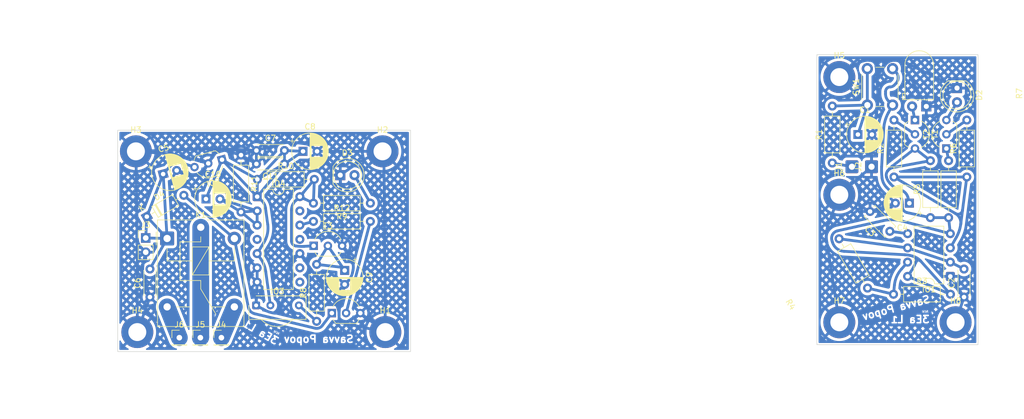
<source format=kicad_pcb>
(kicad_pcb (version 20241229) (generator "pcbnew") (generator_version "9.0")
  (layers (0 "F.Cu" signal) (2 "B.Cu" signal) (13 "F.Paste" user) (15 "B.Paste" user) (5 "F.SilkS" user "F.Silkscreen") (7 "B.SilkS" user "B.Silkscreen") (1 "F.Mask" user) (3 "B.Mask" user) (25 "Edge.Cuts" user))
  (net 0 "")
  (net 1 "Net-(C1-Pad1)")
  (net 2 "GND")
  (net 3 "Net-(T1-E)")
  (net 4 "+12V")
  (net 5 "GND1")
  (net 6 "+5V")
  (net 7 "Net-(T3-B)")
  (net 8 "Net-(IO4-R0(1))")
  (net 9 "Net-(D1-A)")
  (net 10 "Net-(D4-A)")
  (net 11 "TR")
  (net 12 "Net-(IO1-DIS)")
  (net 13 "VCC")
  (net 14 "Net-(IO1-CV)")
  (net 15 "OUTPUT_A")
  (net 16 "TSOP_OUT")
  (net 17 "OUTPUT_B")
  (net 18 "Net-(D2-A)")
  (net 19 "Net-(T2-C)")
  (net 20 "Net-(T2-B)")
  (net 21 "NPN_C")
  (net 22 "Net-(T4-B)")
  (net 23 "Net-(D3-A)")
  (net 25 "Q0")
  (net 28 "Net-(J4-Pin_1)")
  (net 29 "Net-(J5-Pin_1)")
  (net 30 "Net-(J1-Pin_1)")
  (net 31 "Net-(J6-Pin_1)")
  (footprint "Capacitor_THT:CP_Radial_D6.3mm_P2.50mm" (layer "F.Cu") (at 153.067621 71.75)
    (property "Reference" "C8" (at 1.25 -4.4 0) (layer "F.SilkS"))
    (property "Value" "100uF")
    (pad "1" thru_hole rect (at 0 0) (size 1.6 1.6) (drill 0.8) (layers "*.Cu" "*.Mask") (net 6 "+5V"))
    (pad "2" thru_hole circle (at 2.5 0) (size 1.6 1.6) (drill 0.8) (layers "*.Cu" "*.Mask") (net 5 "GND1"))
  )
  (footprint "MountingHole:MountingHole_3.2mm_M3_ISO7380_Pad" (layer "F.Cu") (at 167.75 104)
    (property "Reference" "H1" (at 0 -3.85 0) (layer "F.SilkS"))
    (property "Value" "M3")
    (pad "1" thru_hole circle (at 0 0) (size 5.7 5.7) (drill 3.2) (layers "*.Cu" "*.Mask") (net 5 "GND1"))
  )
  (footprint "Capacitor_THT:CP_Radial_D6.3mm_P2.50mm" (layer "F.Cu") (at 160.5 93 -90)
    (property "Reference" "C9" (at 1.25 -4.4 90) (layer "F.SilkS"))
    (property "Value" "47uF")
    (pad "1" thru_hole rect (at 0 0 270) (size 1.6 1.6) (drill 0.8) (layers "*.Cu" "*.Mask") (net 7 "Net-(T3-B)"))
    (pad "2" thru_hole circle (at 2.5 0 270) (size 1.6 1.6) (drill 0.8) (layers "*.Cu" "*.Mask") (net 5 "GND1"))
  )
  (footprint "LED_THT:LED_D5.0mm" (layer "F.Cu") (at 269.75 60.46 -90)
    (property "Reference" "D2" (at 1.27 -3.96 90) (layer "F.SilkS"))
    (property "Value" "Y_LED")
    (pad "1" thru_hole rect (at 0 0 270) (size 1.8 1.8) (drill 0.9) (layers "*.Cu" "*.Mask") (net 2 "GND"))
    (pad "2" thru_hole circle (at 2.54 0 270) (size 1.8 1.8) (drill 0.9) (layers "*.Cu" "*.Mask") (net 18 "Net-(D2-A)"))
  )
  (footprint "Resistor_THT:R_Axial_DIN0207_L6.3mm_D2.5mm_P10.16mm_Horizontal" (layer "F.Cu") (at 258.5 76.33 90)
    (property "Reference" "R2" (at 5.08 -2.37 90) (layer "F.SilkS"))
    (property "Value" "47R")
    (pad "1" thru_hole circle (at 0 0 90) (size 1.6 1.6) (drill 0.8) (layers "*.Cu" "*.Mask") (net 15 "OUTPUT_A"))
    (pad "2" thru_hole oval (at 10.16 0 90) (size 1.6 1.6) (drill 0.8) (layers "*.Cu" "*.Mask") (net 17 "OUTPUT_B"))
  )
  (footprint "MountingHole:MountingHole_3.2mm_M3_ISO7380_Pad" (layer "F.Cu") (at 123.25 71.75)
    (property "Reference" "H3" (at 0 -3.85 0) (layer "F.SilkS"))
    (property "Value" "M3")
    (pad "1" thru_hole circle (at 0 0) (size 5.7 5.7) (drill 3.2) (layers "*.Cu" "*.Mask") (net 5 "GND1"))
  )
  (footprint "Package_DIP:DIP-14_W7.62mm" (layer "F.Cu") (at 144.88 79.84)
    (property "Reference" "IO4" (at 3.81 -2.33 0) (layer "F.SilkS"))
    (property "Value" "7490")
    (pad "1" thru_hole roundrect (at 0 0) (size 1.6 1.6) (drill 0.8) (layers "*.Cu" "*.Mask") (roundrect_rratio 0.15625) (net 6 "+5V"))
    (pad "2" thru_hole circle (at 0 2.54) (size 1.6 1.6) (drill 0.8) (layers "*.Cu" "*.Mask") (net 8 "Net-(IO4-R0(1))"))
    (pad "3" thru_hole circle (at 0 5.08) (size 1.6 1.6) (drill 0.8) (layers "*.Cu" "*.Mask") (net 8 "Net-(IO4-R0(1))"))
    (pad "4" thru_hole circle (at 0 7.62) (size 1.6 1.6) (drill 0.8) (layers "*.Cu" "*.Mask"))
    (pad "5" thru_hole circle (at 0 10.16) (size 1.6 1.6) (drill 0.8) (layers "*.Cu" "*.Mask") (net 6 "+5V"))
    (pad "6" thru_hole circle (at 0 12.7) (size 1.6 1.6) (drill 0.8) (layers "*.Cu" "*.Mask") (net 5 "GND1"))
    (pad "7" thru_hole circle (at 0 15.24) (size 1.6 1.6) (drill 0.8) (layers "*.Cu" "*.Mask") (net 5 "GND1"))
    (pad "8" thru_hole circle (at 7.62 15.24) (size 1.6 1.6) (drill 0.8) (layers "*.Cu" "*.Mask"))
    (pad "9" thru_hole circle (at 7.62 12.7) (size 1.6 1.6) (drill 0.8) (layers "*.Cu" "*.Mask"))
    (pad "10" thru_hole circle (at 7.62 10.16) (size 1.6 1.6) (drill 0.8) (layers "*.Cu" "*.Mask") (net 5 "GND1"))
    (pad "11" thru_hole circle (at 7.62 7.62) (size 1.6 1.6) (drill 0.8) (layers "*.Cu" "*.Mask"))
    (pad "12" thru_hole circle (at 7.62 5.08) (size 1.6 1.6) (drill 0.8) (layers "*.Cu" "*.Mask") (net 25 "Q0"))
    (pad "13" thru_hole circle (at 7.62 2.54) (size 1.6 1.6) (drill 0.8) (layers "*.Cu" "*.Mask"))
    (pad "14" thru_hole circle (at 7.62 0) (size 1.6 1.6) (drill 0.8) (layers "*.Cu" "*.Mask") (net 21 "NPN_C"))
  )
  (footprint "OptoDevice:Vishay_CAST-3Pin" (layer "F.Cu") (at 144.7 99.235)
    (property "Reference" "IO3" (at 3.8 -2.5 0) (layer "F.SilkS"))
    (property "Value" "TSOP312xx")
    (pad "1" thru_hole roundrect (at 0 0) (size 1.4 1.4) (drill 0.7) (layers "*.Cu" "*.Mask") (roundrect_rratio 0.178) (net 5 "GND1"))
    (pad "2" thru_hole circle (at 2.54 0) (size 1.4 1.4) (drill 0.7) (layers "*.Cu" "*.Mask") (net 6 "+5V"))
    (pad "3" thru_hole circle (at 7.62 0) (size 1.4 1.4) (drill 0.7) (layers "*.Cu" "*.Mask") (net 16 "TSOP_OUT"))
  )
  (footprint "Capacitor_THT:C_Disc_D4.3mm_W1.9mm_P5.00mm" (layer "F.Cu") (at 125.75 97.75 90)
    (property "Reference" "C6" (at 2.5 -2.2 90) (layer "F.SilkS"))
    (property "Value" "100n")
    (pad "1" thru_hole circle (at 0 0 90) (size 1.6 1.6) (drill 0.8) (layers "*.Cu" "*.Mask") (net 5 "GND1"))
    (pad "2" thru_hole circle (at 5 0 90) (size 1.6 1.6) (drill 0.8) (layers "*.Cu" "*.Mask") (net 4 "+12V"))
  )
  (footprint "Connector_PinHeader_2.54mm:PinHeader_1x02_P2.54mm_Vertical" (layer "F.Cu") (at 125 87.21)
    (property "Reference" "J3" (at 0 -2.33 0) (layer "F.SilkS"))
    (property "Value" "Conn_01x02_Pin")
    (pad "1" thru_hole rect (at 0 0) (size 1.7 1.7) (drill 1) (layers "*.Cu" "*.Mask") (net 4 "+12V"))
    (pad "2" thru_hole oval (at 0 2.54) (size 1.7 1.7) (drill 1) (layers "*.Cu" "*.Mask") (net 5 "GND1"))
  )
  (footprint "Connector_PinHeader_2.54mm:PinHeader_1x01_P2.54mm_Vertical" (layer "F.Cu") (at 131 105)
    (property "Reference" "J6" (at 0 -2.33 0) (layer "F.SilkS"))
    (property "Value" "Conn_01x01_Pin")
    (pad "1" thru_hole rect (at 0 0) (size 1.7 1.7) (drill 1) (layers "*.Cu" "*.Mask") (net 31 "Net-(J6-Pin_1)"))
  )
  (footprint "LED_THT:LED_D5.0mm_Horizontal_O1.27mm_Z3.0mm_Clear" (layer "F.Cu") (at 264.275 63.735 180)
    (property "Reference" "D1" (hide yes))
    (property "Value" "IR_LED")
    (pad "1" thru_hole rect (at 0 0 180) (size 1.8 1.8) (drill 0.9) (layers "*.Cu" "*.Mask") (net 2 "GND"))
    (pad "2" thru_hole circle (at 2.54 0 180) (size 1.8 1.8) (drill 0.9) (layers "*.Cu" "*.Mask") (net 9 "Net-(D1-A)"))
  )
  (footprint "Capacitor_THT:CP_Radial_D6.3mm_P2.50mm" (layer "F.Cu") (at 252.067621 68.75)
    (property "Reference" "C1" (at 1.25 -4.4 0) (layer "F.SilkS"))
    (property "Value" "100uF")
    (pad "1" thru_hole rect (at 0 0) (size 1.6 1.6) (drill 0.8) (layers "*.Cu" "*.Mask") (net 1 "Net-(C1-Pad1)"))
    (pad "2" thru_hole circle (at 2.5 0) (size 1.6 1.6) (drill 0.8) (layers "*.Cu" "*.Mask") (net 2 "GND"))
  )
  (footprint "MountingHole:MountingHole_3.2mm_M3_ISO7380_Pad" (layer "F.Cu") (at 248.75 79.5)
    (property "Reference" "H6" (at 0 -3.85 0) (layer "F.SilkS"))
    (property "Value" "M3")
    (pad "1" thru_hole circle (at 0 0) (size 5.7 5.7) (drill 3.2) (layers "*.Cu" "*.Mask") (net 2 "GND"))
  )
  (footprint "Resistor_THT:R_Axial_DIN0207_L6.3mm_D2.5mm_P10.16mm_Horizontal" (layer "F.Cu") (at 253.79 96.149409 120)
    (property "Reference" "R4" (at 4.33 -13.37 120) (layer "F.SilkS"))
    (property "Value" "22k")
    (pad "1" thru_hole circle (at 0 0 120) (size 1.6 1.6) (drill 0.8) (layers "*.Cu" "*.Mask") (net 12 "Net-(IO1-DIS)"))
    (pad "2" thru_hole oval (at 10.159999 0.000001 120) (size 1.6 1.6) (drill 0.8) (layers "*.Cu" "*.Mask") (net 11 "TR"))
  )
  (footprint "Capacitor_THT:C_Disc_D4.3mm_W1.9mm_P5.00mm" (layer "F.Cu") (at 149.75 74 180)
    (property "Reference" "C11" (at 2.5 -2.2 0) (layer "F.SilkS"))
    (property "Value" "100n")
    (pad "1" thru_hole circle (at 0 0 180) (size 1.6 1.6) (drill 0.8) (layers "*.Cu" "*.Mask") (net 6 "+5V"))
    (pad "2" thru_hole circle (at 5 0 180) (size 1.6 1.6) (drill 0.8) (layers "*.Cu" "*.Mask") (net 5 "GND1"))
  )
  (footprint "Connector_Wire:SolderWire-0.5sqmm_1x01_D0.9mm_OD2.3mm" (layer "F.Cu") (at 254.5 74.5 90)
    (property "Reference" "J2" (at 0 -2.35 90) (layer "F.SilkS"))
    (property "Value" "Conn_01x01_Pin")
    (pad "1" thru_hole roundrect (at 0 0 90) (size 2.3 2.3) (drill 1.1) (layers "*.Cu" "*.Mask") (roundrect_rratio 0.108696) (net 2 "GND"))
  )
  (footprint "Capacitor_THT:CP_Radial_D6.3mm_P2.50mm" (layer "F.Cu") (at 261.25 81 180)
    (property "Reference" "C4" (at 1.25 -4.4 0) (layer "F.SilkS"))
    (property "Value" "10uF")
    (pad "1" thru_hole rect (at 0 0 180) (size 1.6 1.6) (drill 0.8) (layers "*.Cu" "*.Mask") (net 3 "Net-(T1-E)"))
    (pad "2" thru_hole circle (at 2.5 0 180) (size 1.6 1.6) (drill 0.8) (layers "*.Cu" "*.Mask") (net 2 "GND"))
  )
  (footprint "LED_THT:LED_D5.0mm" (layer "F.Cu") (at 159.71 76)
    (property "Reference" "D3" (at 1.27 -3.96 0) (layer "F.SilkS"))
    (property "Value" "R_LED")
    (pad "1" thru_hole rect (at 0 0) (size 1.8 1.8) (drill 0.9) (layers "*.Cu" "*.Mask") (net 5 "GND1"))
    (pad "2" thru_hole circle (at 2.54 0) (size 1.8 1.8) (drill 0.9) (layers "*.Cu" "*.Mask") (net 23 "Net-(D3-A)"))
  )
  (footprint "Capacitor_THT:CP_Radial_D6.3mm_P2.50mm" (layer "F.Cu") (at 135.75 80.25)
    (property "Reference" "C10" (at 1.25 -4.4 0) (layer "F.SilkS"))
    (property "Value" "22uF")
    (pad "1" thru_hole rect (at 0 0) (size 1.6 1.6) (drill 0.8) (layers "*.Cu" "*.Mask") (net 6 "+5V"))
    (pad "2" thru_hole circle (at 2.5 0) (size 1.6 1.6) (drill 0.8) (layers "*.Cu" "*.Mask") (net 8 "Net-(IO4-R0(1))"))
  )
  (footprint "Resistor_THT:R_Axial_DIN0207_L6.3mm_D2.5mm_P10.16mm_Horizontal" (layer "F.Cu") (at 154.92 84.25)
    (property "Reference" "R12" (at 5.08 -2.370001 0) (layer "F.SilkS"))
    (property "Value" "10k")
    (pad "1" thru_hole circle (at 0 0) (size 1.6 1.6) (drill 0.8) (layers "*.Cu" "*.Mask") (net 25 "Q0"))
    (pad "2" thru_hole oval (at 10.16 0) (size 1.6 1.6) (drill 0.8) (layers "*.Cu" "*.Mask") (net 22 "Net-(T4-B)"))
  )
  (footprint "Resistor_THT:R_Axial_DIN0207_L6.3mm_D2.5mm_P10.16mm_Horizontal" (layer "F.Cu") (at 258.42 97.25)
    (property "Reference" "R3" (at 5.08 -2.37 0) (layer "F.SilkS"))
    (property "Value" "220k")
    (pad "1" thru_hole circle (at 0 0) (size 1.6 1.6) (drill 0.8) (layers "*.Cu" "*.Mask") (net 12 "Net-(IO1-DIS)"))
    (pad "2" thru_hole oval (at 10.16 0) (size 1.6 1.6) (drill 0.8) (layers "*.Cu" "*.Mask") (net 13 "VCC"))
  )
  (footprint "Resistor_THT:R_Axial_DIN0207_L6.3mm_D2.5mm_P10.16mm_Horizontal" (layer "F.Cu") (at 247.5 73.83 90)
    (property "Reference" "R1" (at 5.08 -2.37 90) (layer "F.SilkS"))
    (property "Value" "47R")
    (pad "1" thru_hole circle (at 0 0 90) (size 1.6 1.6) (drill 0.8) (layers "*.Cu" "*.Mask") (net 30 "Net-(J1-Pin_1)"))
    (pad "2" thru_hole oval (at 10.16 0 90) (size 1.6 1.6) (drill 0.8) (layers "*.Cu" "*.Mask") (net 1 "Net-(C1-Pad1)"))
  )
  (footprint "MountingHole:MountingHole_3.2mm_M3_ISO7380_Pad" (layer "F.Cu") (at 248.75 102.25)
    (property "Reference" "H7" (at 0 -3.85 0) (layer "F.SilkS"))
    (property "Value" "M3")
    (pad "1" thru_hole circle (at 0 0) (size 5.7 5.7) (drill 3.2) (layers "*.Cu" "*.Mask") (net 2 "GND"))
  )
  (footprint "Package_TO_SOT_THT:TO-92_Inline_Wide" (layer "F.Cu") (at 154.96 88.61)
    (property "Reference" "T3" (at 2.54 -3.56 0) (layer "F.SilkS"))
    (property "Value" "BC547")
    (pad "1" thru_hole rect (at 0 0) (size 1.5 1.5) (drill 0.8) (layers "*.Cu" "*.Mask") (net 21 "NPN_C"))
    (pad "2" thru_hole circle (at 2.54 0) (size 1.5 1.5) (drill 0.8) (layers "*.Cu" "*.Mask") (net 7 "Net-(T3-B)"))
    (pad "3" thru_hole circle (at 5.079999 0) (size 1.5 1.5) (drill 0.8) (layers "*.Cu" "*.Mask") (net 5 "GND1"))
  )
  (footprint "Resistor_THT:R_Axial_DIN0207_L6.3mm_D2.5mm_P10.16mm_Horizontal" (layer "F.Cu") (at 271.5 76.33 90)
    (property "Reference" "R6" (at 5.08 -2.37 90) (layer "F.SilkS"))
    (property "Value" "2.2k")
    (pad "1" thru_hole circle (at 0 0 90) (size 1.6 1.6) (drill 0.8) (layers "*.Cu" "*.Mask") (net 15 "OUTPUT_A"))
    (pad "2" thru_hole oval (at 10.16 0 90) (size 1.6 1.6) (drill 0.8) (layers "*.Cu" "*.Mask") (net 20 "Net-(T2-B)"))
  )
  (footprint "Diode_THT:D_DO-35_SOD27_P7.62mm_Horizontal" (layer "F.Cu") (at 125.200444 83.404999 30)
    (property "Reference" "D4" (at 3.81 -2.12 30) (layer "F.SilkS"))
    (property "Value" "1N4148")
    (fp_text user "K" (at 0.000001 -1.799999 30) (layer "F.SilkS"))
    (pad "1" thru_hole rect (at 0 0 30) (size 1.6 1.6) (drill 0.8) (layers "*.Cu" "*.Mask") (net 4 "+12V"))
    (pad "2" thru_hole oval (at 7.62 0 30) (size 1.6 1.6) (drill 0.8) (layers "*.Cu" "*.Mask") (net 10 "Net-(D4-A)"))
  )
  (footprint "Button_Switch_THT:SW_PUSH_6mm_H5mm" (layer "F.Cu") (at 253.75 63.5 90)
    (property "Reference" "SW1" (at 3.25 -2 90) (layer "F.SilkS"))
    (property "Value" "SW_Push")
    (pad "1" thru_hole circle (at 0 0 180) (size 2 2) (drill 1.1) (layers "*.Cu" "*.Mask") (net 1 "Net-(C1-Pad1)"))
    (pad "1" thru_hole circle (at 6.5 0 180) (size 2 2) (drill 1.1) (layers "*.Cu" "*.Mask") (net 1 "Net-(C1-Pad1)"))
    (pad "2" thru_hole circle (at 0 4.5 180) (size 2 2) (drill 1.1) (layers "*.Cu" "*.Mask") (net 13 "VCC"))
    (pad "2" thru_hole circle (at 6.5 4.5 180) (size 2 2) (drill 1.1) (layers "*.Cu" "*.Mask") (net 13 "VCC"))
  )
  (footprint "MountingHole:MountingHole_3.2mm_M3_ISO7380_Pad" (layer "F.Cu") (at 123.5 104)
    (property "Reference" "H4" (at 0 -3.85 0) (layer "F.SilkS"))
    (property "Value" "M3")
    (pad "1" thru_hole circle (at 0 0) (size 5.7 5.7) (drill 3.2) (layers "*.Cu" "*.Mask") (net 5 "GND1"))
  )
  (footprint "Package_DIP:DIP-8_W7.62mm" (layer "F.Cu") (at 268.555 94.06 180)
    (property "Reference" "IO1" (at 3.81 -2.33 0) (layer "F.SilkS"))
    (property "Value" "NE555P")
    (pad "1" thru_hole roundrect (at 0 0 180) (size 1.6 1.6) (drill 0.8) (layers "*.Cu" "*.Mask") (roundrect_rratio 0.15625) (net 2 "GND"))
    (pad "2" thru_hole circle (at 0 2.54 180) (size 1.6 1.6) (drill 0.8) (layers "*.Cu" "*.Mask") (net 11 "TR"))
    (pad "3" thru_hole circle (at 0 5.079999 180) (size 1.6 1.6) (drill 0.8) (layers "*.Cu" "*.Mask") (net 15 "OUTPUT_A"))
    (pad "4" thru_hole circle (at 0 7.62 180) (size 1.6 1.6) (drill 0.8) (layers "*.Cu" "*.Mask") (net 13 "VCC"))
    (pad "5" thru_hole circle (at 7.62 7.62 180) (size 1.6 1.6) (drill 0.8) (layers "*.Cu" "*.Mask") (net 14 "Net-(IO1-CV)"))
    (pad "6" thru_hole circle (at 7.62 5.08 180) (size 1.6 1.6) (drill 0.8) (layers "*.Cu" "*.Mask") (net 11 "TR"))
    (pad "7" thru_hole circle (at 7.62 2.54 180) (size 1.6 1.6) (drill 0.8) (layers "*.Cu" "*.Mask") (net 12 "Net-(IO1-DIS)"))
    (pad "8" thru_hole circle (at 7.62 0 180) (size 1.6 1.6) (drill 0.8) (layers "*.Cu" "*.Mask") (net 13 "VCC"))
  )
  (footprint "Package_TO_SOT_THT:TO-92_Inline_Wide" (layer "F.Cu") (at 138.610277 73.244868 -165)
    (property "Reference" "IO2" (at 2.539998 -3.56 15) (layer "F.SilkS"))
    (property "Value" "L78L05_TO92")
    (pad "1" thru_hole rect (at 0 0 195) (size 1.5 1.5) (drill 0.8) (layers "*.Cu" "*.Mask") (net 6 "+5V"))
    (pad "2" thru_hole circle (at 2.540001 -0.000001 195) (size 1.5 1.5) (drill 0.8) (layers "*.Cu" "*.Mask") (net 5 "GND1"))
    (pad "3" thru_hole circle (at 5.079999 -0.000001 195) (size 1.5 1.5) (drill 0.8) (layers "*.Cu" "*.Mask") (net 4 "+12V"))
  )
  (footprint "Connector_PinHeader_2.54mm:PinHeader_1x01_P2.54mm_Vertical" (layer "F.Cu") (at 134.75 105)
    (property "Reference" "J5" (at 0 -2.33 0) (layer "F.SilkS"))
    (property "Value" "Conn_01x01_Pin")
    (pad "1" thru_hole rect (at 0 0) (size 1.7 1.7) (drill 1) (layers "*.Cu" "*.Mask") (net 29 "Net-(J5-Pin_1)"))
  )
  (footprint "Connector_PinHeader_2.54mm:PinHeader_1x01_P2.54mm_Vertical" (layer "F.Cu") (at 138.5 105)
    (property "Reference" "J4" (at 0 -2.33 0) (layer "F.SilkS"))
    (property "Value" "Conn_01x01_Pin")
    (pad "1" thru_hole rect (at 0 0) (size 1.7 1.7) (drill 1) (layers "*.Cu" "*.Mask") (net 28 "Net-(J4-Pin_1)"))
  )
  (footprint "Capacitor_THT:C_Disc_D4.3mm_W1.9mm_P5.00mm" (layer "F.Cu") (at 271 97.75 90)
    (property "Reference" "C2" (at 2.5 -2.2 90) (layer "F.SilkS"))
    (property "Value" "100p")
    (pad "1" thru_hole circle (at 0 0 90) (size 1.6 1.6) (drill 0.8) (layers "*.Cu" "*.Mask") (net 2 "GND"))
    (pad "2" thru_hole circle (at 5 0 90) (size 1.6 1.6) (drill 0.8) (layers "*.Cu" "*.Mask") (net 11 "TR"))
  )
  (footprint "Package_TO_SOT_THT:TO-92_Inline_Wide" (layer "F.Cu") (at 262.25 66.17 -90)
    (property "Reference" "T1" (at 2.54 -3.56 90) (layer "F.SilkS"))
    (property "Value" "BC327")
    (pad "1" thru_hole rect (at 0 0 270) (size 1.5 1.5) (drill 0.8) (layers "*.Cu" "*.Mask") (net 9 "Net-(D1-A)"))
    (pad "2" thru_hole circle (at 2.54 0 270) (size 1.5 1.5) (drill 0.8) (layers "*.Cu" "*.Mask") (net 17 "OUTPUT_B"))
    (pad "3" thru_hole circle (at 5.08 0 270) (size 1.5 1.5) (drill 0.8) (layers "*.Cu" "*.Mask") (net 3 "Net-(T1-E)"))
  )
  (footprint "Resistor_THT:R_Axial_DIN0207_L6.3mm_D2.5mm_P10.16mm_Horizontal" (layer "F.Cu") (at 144.920001 76.75)
    (property "Reference" "R10" (at 5.08 -2.370001 0) (layer "F.SilkS"))
    (property "Value" "10k")
    (pad "1" thru_hole circle (at 0 0) (size 1.6 1.6) (drill 0.8) (layers "*.Cu" "*.Mask") (net 6 "+5V"))
    (pad "2" thru_hole oval (at 10.16 0) (size 1.6 1.6) (drill 0.8) (layers "*.Cu" "*.Mask") (net 21 "NPN_C"))
  )
  (footprint "Connector_Wire:SolderWire-0.5sqmm_1x01_D0.9mm_OD2.3mm" (layer "F.Cu") (at 251 74.5 90)
    (property "Reference" "J1" (at 0 -2.35 90) (layer "F.SilkS"))
    (property "Value" "Conn_01x01_Pin")
    (pad "1" thru_hole roundrect (at 0 0 90) (size 2.3 2.3) (drill 1.1) (layers "*.Cu" "*.Mask") (roundrect_rratio 0.108696) (net 30 "Net-(J1-Pin_1)"))
  )
  (footprint "Capacitor_THT:C_Disc_D4.3mm_W1.9mm_P5.00mm" (layer "F.Cu") (at 144.75 71.6)
    (property "Reference" "C7" (at 2.5 -2.2 0) (layer "F.SilkS"))
    (property "Value" "100n")
    (pad "1" thru_hole circle (at 0 0) (size 1.6 1.6) (drill 0.8) (layers "*.Cu" "*.Mask") (net 5 "GND1"))
    (pad "2" thru_hole circle (at 5 0) (size 1.6 1.6) (drill 0.8) (layers "*.Cu" "*.Mask") (net 6 "+5V"))
  )
  (footprint "Resistor_THT:R_Axial_DIN0207_L6.3mm_D2.5mm_P10.16mm_Horizontal" (layer "F.Cu") (at 142 72.420001 -90)
    (property "Reference" "R11" (at 5.08 -2.370001 90) (layer "F.SilkS"))
    (property "Value" "470R")
    (pad "1" thru_hole circle (at 0 0 270) (size 1.6 1.6) (drill 0.8) (layers "*.Cu" "*.Mask") (net 5 "GND1"))
    (pad "2" thru_hole oval (at 10.16 0 270) (size 1.6 1.6) (drill 0.8) (layers "*.Cu" "*.Mask") (net 8 "Net-(IO4-R0(1))"))
  )
  (footprint "Package_TO_SOT_THT:TO-92_Inline_Wide" (layer "F.Cu") (at 267.86 71.25 90)
    (property "Reference" "T2" (at 2.54 -3.56 90) (layer "F.SilkS"))
    (property "Value" "BC337")
    (pad "1" thru_hole rect (at 0 0 90) (size 1.5 1.5) (drill 0.8) (layers "*.Cu" "*.Mask") (net 19 "Net-(T2-C)"))
    (pad "2" thru_hole circle (at 2.54 0 90) (size 1.5 1.5) (drill 0.8) (layers "*.Cu" "*.Mask") (net 20 "Net-(T2-B)"))
    (pad "3" thru_hole circle (at 5.08 0 90) (size 1.5 1.5) (drill 0.8) (layers "*.Cu" "*.Mask") (net 18 "Net-(D2-A)"))
  )
  (footprint "Relay_THT:Relay_SPDT_Finder_36.11" (layer "F.Cu") (at 128.8175 87.3)
    (property "Reference" "K1" (at 6 -4.2 0) (layer "F.SilkS"))
    (property "Value" "Relay_SPDT")
    (pad "11" thru_hole circle (at 6 -2) (size 2.4 2.4) (drill 1.3) (layers "*.Cu" "*.Mask") (net 29 "Net-(J5-Pin_1)") (clearance 0.2))
    (pad "12" thru_hole circle (at 12 12.2) (size 2.4 2.4) (drill 1.3) (layers "*.Cu" "*.Mask") (net 28 "Net-(J4-Pin_1)"))
    (pad "14" thru_hole circle (at 0 12.2) (size 2.4 2.4) (drill 1.3) (layers "*.Cu" "*.Mask") (net 31 "Net-(J6-Pin_1)"))
    (pad "A1" thru_hole roundrect (at 0 0) (size 2.5 2.5) (drill 1.3) (layers "*.Cu" "*.Mask") (roundrect_rratio 0.1) (net 4 "+12V"))
    (pad "A2" thru_hole circle (at 11.999999 0) (size 2.4 2.4) (drill 1.3) (layers "*.Cu" "*.Mask") (net 10 "Net-(D4-A)"))
  )
  (footprint "Resistor_THT:R_Axial_DIN0207_L6.3mm_D2.5mm_P10.16mm_Horizontal" (layer "F.Cu") (at 165.079999 81 180)
    (property "Reference" "R9" (at 5.08 -2.370001 0) (layer "F.SilkS"))
    (property "Value" "470R")
    (pad "1" thru_hole circle (at 0 0 180) (size 1.6 1.6) (drill 0.8) (layers "*.Cu" "*.Mask") (net 23 "Net-(D3-A)"))
    (pad "2" thru_hole oval (at 10.16 0 180) (size 1.6 1.6) (drill 0.8) (layers "*.Cu" "*.Mask") (net 21 "NPN_C"))
  )
  (footprint "Capacitor_THT:C_Disc_D5.0mm_W2.5mm_P5.00mm" (layer "F.Cu") (at 257.767767 86.017767 135)
    (property "Reference" "C3" (at 2.500001 -2.499999 135) (layer "F.SilkS"))
    (property "Value" "2.2n")
    (pad "1" thru_hole circle (at 0 0 135) (size 1.6 1.6) (drill 0.8) (layers "*.Cu" "*.Mask") (net 14 "Net-(IO1-CV)"))
    (pad "2" thru_hole circle (at 5 0 135) (size 1.6 1.6) (drill 0.8) (layers "*.Cu" "*.Mask") (net 2 "GND"))
  )
  (footprint "MountingHole:MountingHole_3.2mm_M3_ISO7380_Pad" (layer "F.Cu") (at 248.75 58.5)
    (property "Reference" "H5" (at 0 -3.85 0) (layer "F.SilkS"))
    (property "Value" "M3")
    (pad "1" thru_hole circle (at 0 0) (size 5.7 5.7) (drill 3.2) (layers "*.Cu" "*.Mask") (net 2 "GND"))
  )
  (footprint "MountingHole:MountingHole_3.2mm_M3_ISO7380_Pad" (layer "F.Cu") (at 269.5 102.25)
    (property "Reference" "H8" (at 0 -3.85 0) (layer "F.SilkS"))
    (property "Value" "M3")
    (pad "1" thru_hole circle (at 0 0) (size 5.7 5.7) (drill 3.2) (layers "*.Cu" "*.Mask") (net 2 "GND"))
  )
  (footprint "MountingHole:MountingHole_3.2mm_M3_ISO7380_Pad" (layer "F.Cu") (at 167.25 71.75)
    (property "Reference" "H2" (at 0 -3.85 0) (layer "F.SilkS"))
    (property "Value" "M3")
    (pad "1" thru_hole circle (at 0 0) (size 5.7 5.7) (drill 3.2) (layers "*.Cu" "*.Mask") (net 5 "GND1"))
  )
  (footprint "Resistor_THT:R_Axial_DIN0207_L6.3mm_D2.5mm_P10.16mm_Horizontal" (layer "F.Cu") (at 268.25 73.42 -90)
    (property "Reference" "R7" (at -11.987621 -12.62 90) (layer "F.SilkS"))
    (property "Value" "470R")
    (pad "1" thru_hole circle (at 0 0 270) (size 1.6 1.6) (drill 0.8) (layers "*.Cu" "*.Mask") (net 19 "Net-(T2-C)"))
    (pad "2" thru_hole oval (at 10.16 0 270) (size 1.6 1.6) (drill 0.8) (layers "*.Cu" "*.Mask") (net 13 "VCC"))
  )
  (footprint "Resistor_THT:R_Axial_DIN0207_L6.3mm_D2.5mm_P10.16mm_Horizontal" (layer "F.Cu") (at 265 83.58 90)
    (property "Reference" "R5" (at 5.08 -2.37 90) (layer "F.SilkS"))
    (property "Value" "10R")
    (pad "1" thru_hole circle (at 0 0 90) (size 1.6 1.6) (drill 0.8) (layers "*.Cu" "*.Mask") (net 13 "VCC"))
    (pad "2" thru_hole oval (at 10.16 0 90) (size 1.6 1.6) (drill 0.8) (layers "*.Cu" "*.Mask") (net 3 "Net-(T1-E)"))
  )
  (footprint "Package_TO_SOT_THT:TO-92_Inline_Wide" (layer "F.Cu") (at 158.21 100.61)
    (property "Reference" "T4" (at 2.54 -3.56 0) (layer "F.SilkS"))
    (property "Value" "BC547")
    (pad "1" thru_hole rect (at 0 0) (size 1.5 1.5) (drill 0.8) (layers "*.Cu" "*.Mask") (net 10 "Net-(D4-A)"))
    (pad "2" thru_hole circle (at 2.54 0) (size 1.5 1.5) (drill 0.8) (layers "*.Cu" "*.Mask") (net 22 "Net-(T4-B)"))
    (pad "3" thru_hole circle (at 5.08 0) (size 1.5 1.5) (drill 0.8) (layers "*.Cu" "*.Mask") (net 5 "GND1"))
  )
  (footprint "Resistor_THT:R_Axial_DIN0207_L6.3mm_D2.5mm_P10.16mm_Horizontal" (layer "F.Cu") (at 155.500001 102.08 90)
    (property "Reference" "R8" (at 5.08 -2.370001 90) (layer "F.SilkS"))
    (property "Value" "10k")
    (pad "1" thru_hole circle (at 0 0 90) (size 1.6 1.6) (drill 0.8) (layers "*.Cu" "*.Mask") (net 16 "TSOP_OUT"))
    (pad "2" thru_hole oval (at 10.16 0 90) (size 1.6 1.6) (drill 0.8) (layers "*.Cu" "*.Mask") (net 7 "Net-(T3-B)"))
  )
  (footprint "Capacitor_THT:CP_Radial_D6.3mm_P2.50mm" (layer "F.Cu") (at 128.10791 75.806022 15)
    (property "Reference" "C5" (at 1.249999 -4.4 15) (layer "F.SilkS"))
    (property "Value" "100uF")
    (pad "1" thru_hole rect (at 0 0 15) (size 1.6 1.6) (drill 0.8) (layers "*.Cu" "*.Mask") (net 4 "+12V"))
    (pad "2" thru_hole circle (at 2.500001 0 15) (size 1.6 1.6) (drill 0.8) (layers "*.Cu" "*.Mask") (net 5 "GND1"))
  )
  (gr_rect (start 244.75 54.5) (end 273.5 106.25) (stroke (width 0.1)) (fill no) (layer "Edge.Cuts"))
  (gr_rect (start 120.0025 67.98) (end 172.2525 107.48) (stroke (width 0.1)) (fill no) (layer "Edge.Cuts"))
  (gr_text "Savva Popov\n" (at 265.25 98.75 15) (layer "B.Cu" knockout) (effects (font (size 1.3 1.3) (thickness 0.3) (bold yes)) (justify left bottom mirror)))
  (gr_text "Savva Popov\n" (at 162.25 106 0) (layer "B.Cu" knockout) (effects (font (size 1.3 1.3) (thickness 0.3) (bold yes)) (justify left bottom mirror)))
  (gr_text "RNS" (at 263.5 100 180) (layer "B.Cu" knockout) (effects (font (size 0.5 0.5) (thickness 0.125) (bold yes)) (justify left bottom mirror)))
  (gr_text "3Ea L1" (at 148.25 106.5 330) (layer "B.Cu" knockout) (effects (font (size 1.3 1.3) (thickness 0.3) (bold yes)) (justify left bottom mirror)))
  (gr_text "3Ea L1" (at 265 102.5 0) (layer "B.Cu" knockout) (effects (font (size 1.3 1.3) (thickness 0.3) (bold yes)) (justify left bottom mirror)))
  (gr_text "RNS" (at 148 103.5 150) (layer "B.Cu" knockout) (effects (font (size 0.5 0.5) (thickness 0.125) (bold yes)) (justify left bottom mirror)))
  (segment (start 253.75 63.5) (end 252.067621 68.75) (width 0.5) (layer "B.Cu") (net 1))
  (segment (start 253.75 63.5) (end 247.5 63.67) (width 0.5) (layer "B.Cu") (net 1))
  (segment (start 253.75 63.5) (end 253.75 57) (width 0.5) (layer "B.Cu") (net 1))
  (segment (start 254.125 55.5) (end 254 55.5) (width 0.5) (layer "B.Cu") (net 2))
  (segment (start 251.75 56.25) (end 248.75 58.5) (width 0.5) (layer "B.Cu") (net 2))
  (segment (start 255.637395 61.504635) (end 255.518593 59.66321) (width 0.5) (layer "B.Cu") (net 2))
  (segment (start 246.516914 87.95825) (end 248.75 102.25) (width 0.5) (layer "B.Cu") (net 2))
  (segment (start 255.382403 64.959927) (end 254.567621 68.75) (width 0.5) (layer "B.Cu") (net 2))
  (segment (start 254.125 55.5) (end 256.375 55.5) (width 0.5) (layer "B.Cu") (net 2))
  (segment (start 255.368501 57.336789) (end 255.518593 59.66321) (width 0.5) (layer "B.Cu") (net 2))
  (segment (start 254.232233 82.482233) (end 258.75 81) (width 0.5) (layer "B.Cu") (net 2))
  (segment (start 248.75 79.5) (end 254.5 74.5) (width 0.5) (layer "B.Cu") (net 2))
  (segment (start 264.275 63.735) (end 269.75 60.46) (width 0.5) (layer "B.Cu") (net 2))
  (segment (start 256.863925 56.427919) (end 256.102593 57.538568) (width 0.5) (layer "B.Cu") (net 2))
  (segment (start 254.5 74.5) (end 254.567621 68.75) (width 0.5) (layer "B.Cu") (net 2))
  (segment (start 260.291767 56.485957) (end 264.275 63.735) (width 0.5) (layer "B.Cu") (net 2))
  (segment (start 271 97.75) (end 269.5 102.25) (width 0.5) (layer "B.Cu") (net 2))
  (segment (start 258.625 55.5) (end 256.375 55.5) (width 0.5) (layer "B.Cu") (net 2))
  (segment (start 248.75 79.5) (end 246.850498 84.628653) (width 0.5) (layer "B.Cu") (net 2))
  (segment (start 255.368501 57.336789) (end 255.322429 56.622665) (width 0.5) (layer "B.Cu") (net 2))
  (segment (start 248.75 79.5) (end 254.232233 82.482233) (width 0.5) (layer "B.Cu") (net 2))
  (segment (start 271 97.75) (end 268.555 94.06) (width 0.5) (layer "B.Cu") (net 2))
  (segment (start 269.75 60.46) (end 260.757837 55.999887) (width 0.5) (layer "B.Cu") (net 2))
  (arc (start 256.375 55.5) (mid 255.605538 55.833339) (end 255.322429 56.622665) (width 0.5) (layer "B.Cu") (net 2))
  (arc (start 258.625 55.5) (mid 259.720317 55.626642) (end 260.757837 55.999887) (width 0.5) (layer "B.Cu") (net 2))
  (arc (start 246.850498 84.628653) (mid 246.470412 86.272082) (end 246.516914 87.95825) (width 0.5) (layer "B.Cu") (net 2))
  (arc (start 260.291767 56.485957) (mid 259.593274 55.764944) (end 258.625 55.5) (width 0.5) (layer "B.Cu") (net 2))
  (arc (start 256.863925 56.427919) (mid 256.899423 55.816446) (end 256.375 55.5) (width 0.5) (layer "B.Cu") (net 2))
  (arc (start 255.368501 57.336789) (mid 255.663663 57.699196) (end 256.102593 57.538568) (width 0.5) (layer "B.Cu") (net 2))
  (arc (start 255.382403 64.959927) (mid 255.629375 63.241098) (end 255.637395 61.504635) (width 0.5) (layer "B.Cu") (net 2))
  (arc (start 260.291767 56.485957) (mid 260.346325 56.071788) (end 260.757837 55.999887) (width 0.5) (layer "B.Cu") (net 2))
  (arc (start 258.625 55.5) (mid 257.629708 55.746171) (end 256.863925 56.427919) (width 0.5) (layer "B.Cu") (net 2))
  (arc (start 254 55.5) (mid 252.814145 55.692437) (end 251.75 56.25) (width 0.5) (layer "B.Cu") (net 2))
  (arc (start 256.102593 57.538568) (mid 255.632243 58.551866) (end 255.518593 59.66321) (width 0.5) (layer "B.Cu") (net 2))
  (arc (start 254.125 55.5) (mid 254.945703 55.82456) (end 255.322429 56.622665) (width 0.5) (layer "B.Cu") (net 2))
  (segment (start 265 73.42) (end 258.364741 74.637226) (width 0.5) (layer "B.Cu") (net 3))
  (segment (start 257.913058 77.586941) (end 257.729886 77.380015) (width 0.5) (layer "B.Cu") (net 3))
  (segment (start 258.243345 74.366287) (end 262.25 71.25) (width 0.5) (layer "B.Cu") (net 3))
  (segment (start 265 73.42) (end 262.25 71.25) (width 0.5) (layer "B.Cu") (net 3))
  (segment (start 257.365502 75.262663) (end 257.375 75.25) (width 0.5) (layer "B.Cu") (net 3))
  (segment (start 259.340079 78.530025) (end 259.772119 78.674039) (width 0.5) (layer "B.Cu") (net 3))
  (segment (start 261 80) (end 261.25 81) (width 0.5) (layer "B.Cu") (net 3))
  (arc (start 257.365502 75.262663) (mid 257.139294 75.776249) (end 257.163058 76.336941) (width 0.5) (layer "B.Cu") (net 3))
  (arc (start 261 80) (mid 260.556064 79.179589) (end 259.772119 78.674039) (width 0.5) (layer "B.Cu") (net 3))
  (arc (start 258.364741 74.637226) (mid 257.812068 74.850252) (end 257.375 75.25) (width 0.5) (layer "B.Cu") (net 3))
  (arc (start 257.163058 76.336941) (mid 257.387074 76.890756) (end 257.729886 77.380015) (width 0.5) (layer "B.Cu") (net 3))
  (arc (start 258.243345 74.366287) (mid 258.197706 74.549401) (end 258.364741 74.637226) (width 0.5) (layer "B.Cu") (net 3))
  (arc (start 258.243345 74.366287) (mid 257.779717 74.7792) (end 257.375 75.25) (width 0.5) (layer "B.Cu") (net 3))
  (arc (start 257.913058 77.586941) (mid 258.564384 78.152576) (end 259.340079 78.530025) (width 0.5) (layer "B.Cu") (net 3))
  (segment (start 125.200444 83.404999) (end 128.10791 75.806022) (width 0.5) (layer "B.Cu") (net 4))
  (segment (start 128.8175 87.3) (end 125.200444 83.404999) (width 0.5) (layer "B.Cu") (net 4))
  (segment (start 128.8175 87.3) (end 125 87.21) (width 0.5) (layer "B.Cu") (net 4))
  (segment (start 131.093376 73.696287) (end 133.703375 74.559669) (width 0.5) (layer "B.Cu") (net 4))
  (segment (start 125.200444 83.404999) (end 125 87.21) (width 0.5) (layer "B.Cu") (net 4))
  (segment (start 129.083276 74.715796) (end 128.10791 75.806022) (width 0.5) (layer "B.Cu") (net 4))
  (segment (start 128.8175 87.3) (end 125.75 92.75) (width 0.5) (layer "B.Cu") (net 4))
  (segment (start 128.8175 87.3) (end 128.10791 75.806022) (width 0.5) (layer "B.Cu") (net 4))
  (arc (start 130 73.875) (mid 129.520869 74.272754) (end 129.083276 74.715796) (width 0.5) (layer "B.Cu") (net 4))
  (arc (start 131.093376 73.696287) (mid 130.52475 73.651429) (end 130 73.875) (width 0.5) (layer "B.Cu") (net 4))
  (segment (start 160.999999 102.568181) (end 160 102.35606) (width 0.5) (layer "B.Cu") (net 5))
  (segment (start 123.25 71.75) (end 123.483931 87.189461) (width 0.5) (layer "B.Cu") (net 5))
  (segment (start 144.88 95.08) (end 144.88 92.54) (width 0.5) (layer "B.Cu") (net 5))
  (segment (start 132.798631 75.825164) (end 130.522725 75.158974) (width 0.5) (layer "B.Cu") (net 5))
  (segment (start 150.57196 91.99193) (end 149.178038 99.758068) (width 0.5) (layer "B.Cu") (net 5))
  (segment (start 164.855894 72.797421) (end 166.280168 72.174301) (width 0.5) (layer "B.Cu") (net 5))
  (segment (start 137.440337 72.055335) (end 136.156825 73.902269) (width 0.5) (layer "B.Cu") (net 5))
  (segment (start 167.75 104) (end 167.5 72.5) (width 0.5) (layer "B.Cu") (net 5))
  (segment (start 144.75 71.6) (end 144.75 74) (width 0.5) (layer "B.Cu") (net 5))
  (segment (start 144.75 74) (end 142 72.420001) (width 0.5) (layer "B.Cu") (net 5))
  (segment (start 163.29 100.61) (end 160.925835 102.179432) (width 0.5) (layer "B.Cu") (net 5))
  (segment (start 131.693544 72.704486) (end 136.156825 73.902269) (width 0.5) (layer "B.Cu") (net 5))
  (segment (start 160.999999 102.568181) (end 167.75 104) (width 0.5) (layer "B.Cu") (net 5))
  (segment (start 144.7 99.235) (end 144.88 95.08) (width 0.5) (layer "B.Cu") (net 5))
  (segment (start 144.75 71.6) (end 142 72.420001) (width 0.5) (layer "B.Cu") (net 5))
  (segment (start 159.71 76) (end 161.818194 74.511161) (width 0.5) (layer "B.Cu") (net 5))
  (segment (start 135.203412 75.076134) (end 136.156825 73.902269) (width 0.5) (layer "B.Cu") (net 5))
  (segment (start 156.021674 71.75) (end 166.191414 71.75) (width 0.5) (layer "B.Cu") (net 5))
  (segment (start 123.25 71.75) (end 128.251322 72.120468) (width 0.5) (layer "B.Cu") (net 5))
  (segment (start 153.348906 70.387363) (end 151.975756 70.215719) (width 0.5) (layer "B.Cu") (net 5))
  (segment (start 123.25 71.75) (end 137.019855 71.283225) (width 0.5) (layer "B.Cu") (net 5))
  (segment (start 160.039999 88.61) (end 161.516912 90.708419) (width 0.5) (layer "B.Cu") (net 5))
  (segment (start 123.5 91.651387) (end 123.5 89.848612) (width 0.5) (layer "B.Cu") (net 5))
  (segment (start 159.5 100.992481) (end 159.5 101.738874) (width 0.5) (layer "B.Cu") (net 5))
  (segment (start 154.90881 71.125) (end 155.238215 71.4375) (width 0.5) (layer "B.Cu") (net 5))
  (segment (start 123.5 89.31066) (end 123.5 89.848612) (width 0.5) (layer "B.Cu") (net 5))
  (segment (start 124.625 90) (end 124.25 90.25) (width 0.5) (layer "B.Cu") (net 5))
  (segment (start 144.75 71.6) (end 138.979391 71.300783) (width 0.5) (layer "B.Cu") (net 5))
  (segment (start 125.75 97.75) (end 123.5 104) (width 0.5) (layer "B.Cu") (net 5))
  (segment (start 151.625 90.5) (end 152.5 90) (width 0.5) (layer "B.Cu") (net 5))
  (segment (start 158.775376 98.740702) (end 152.5 90) (width 0.5) (layer "B.Cu") (net 5))
  (segment (start 159.71 76) (end 155.884541 72.075154) (width 0.5) (layer "B.Cu") (net 5))
  (segment (start 124.25 89) (end 124.681311 89.431311) (width 0.5) (layer "B.Cu") (net 5))
  (segment (start 142 72.420001) (end 138.941268 71.525321) (width 0.5) (layer "B.Cu") (net 5))
  (segment (start 163.29 100.61) (end 167.75 104) (width 0.5) (layer "B.Cu") (net 5))
  (segment (start 144.7 99.235) (end 146.116965 100.01433) (width 0.5) (layer "B.Cu") (net 5))
  (segment (start 161.105934 94.869954) (end 160.802967 95.184977) (width 0.5) (layer "B.Cu") (net 5))
  (segment (start 159.784577 98.540547) (end 160.399894 95.925449) (width 0.5) (layer "B.Cu") (net 5))
  (segment (start 125.75 97.75) (end 124.752199 94.590297) (width 0.5) (layer "B.Cu") (net 5))
  (segment (start 159.71 76) (end 160.039999 88.61) (width 0.5) (layer "B.Cu") (net 5))
  (segment (start 123.5 91.651387) (end 123.5 104) (width 0.5) (layer "B.Cu") (net 5))
  (segment (start 124.898657 90.189152) (end 124.625 91.375) (width 0.5) (layer "B.Cu") (net 5))
  (segment (start 161.980934 92.994954) (end 161.896527 93.385498) (width 0.5) (layer "B.Cu") (net 5))
  (segment (start 144.75 71.6) (end 148.580041 70.485806) (width 0.5) (layer "B.Cu") (net 5))
  (arc (start 123.5 89.848612) (mid 123.75478 90.273939) (end 124.25 90.25) (width 0.5) (layer "B.Cu") (net 5))
  (arc (start 124.25 89) (mid 123.771211 88.904763) (end 123.5 89.31066) (width 0.5) (layer "B.Cu") (net 5))
  (arc (start 160.999999 102.568181) (mid 160.833719 102.398454) (end 160.925835 102.179432) (width 0.5) (layer "B.Cu") (net 5))
  (arc (start 159.784577 98.540547) (mid 159.3444 98.965453) (end 158.775376 98.740702) (width 0.5) (layer "B.Cu") (net 5))
  (arc (start 155.238215 71.4375) (mid 155.599932 71.668992) (end 156.021674 71.75) (width 0.5) (layer "B.Cu") (net 5))
  (arc (start 123.5 89.31066) (mid 123.495982 88.25003) (end 123.483931 87.189461) (width 0.5) (layer "B.Cu") (net 5))
  (arc (start 124.625 90) (mid 124.787731 89.728981) (end 124.681311 89.431311) (width 0.5) (layer "B.Cu") (net 5))
  (arc (start 159.5 101.738874) (mid 159.640685 102.136026) (end 160 102.35606) (width 0.5) (layer "B.Cu") (net 5))
  (arc (start 124.625 91.375) (mid 124.473235 92.991168) (end 124.752199 94.590297) (width 0.5) (layer "B.Cu") (net 5))
  (arc (start 124.681311 89.431311) (mid 124.88797 89.782129) (end 124.898657 90.189152) (width 0.5) (layer "B.Cu") (net 5))
  (arc (start 137.019855 71.283225) (mid 137.999811 71.271011) (end 138.979391 71.300783) (width 0.5) (layer "B.Cu") (net 5))
  (arc (start 160.925835 102.179432) (mid 160.480706 102.36099) (end 160 102.35606) (width 0.5) (layer "B.Cu") (net 5))
  (arc (start 137.440337 72.055335) (mid 138.105326 71.54827) (end 138.941268 71.525321) (width 0.5) (layer "B.Cu") (net 5))
  (arc (start 123.5 91.651387) (mid 123.69929 90.856656) (end 124.25 90.25) (width 0.5) (layer "B.Cu") (net 5))
  (arc (start 154.90881 71.125) (mid 154.187877 70.63137) (end 153.348906 70.387363) (width 0.5) (layer "B.Cu") (net 5))
  (arc (start 137.440337 72.055335) (mid 137.468385 71.53951) (end 137.019855 71.283225) (width 0.5) (layer "B.Cu") (net 5))
  (arc (start 160.802967 95.184977) (mid 160.551632 95.528105) (end 160.399894 95.925449) (width 0.5) (layer "B.Cu") (net 5))
  (arc (start 159.5 100.992481) (mid 159.314382 99.809731) (end 158.775376 98.740702) (width 0.5) (layer "B.Cu") (net 5))
  (arc (start 155.884541 72.075154) (mid 155.564499 71.753163) (end 155.238215 71.4375) (width 0.5) (layer "B.Cu") (net 5))
  (arc (start 124.898657 90.189152) (mid 124.826032 90.001688) (end 124.625 90) (width 0.5) (layer "B.Cu") (net 5))
  (arc (start 135.203412 75.076134) (mid 134.114151 75.813855) (end 132.798631 75.825164) (width 0.5) (layer "B.Cu") (net 5))
  (arc (start 151.625 90.5) (mid 150.932831 91.129046) (end 150.57196 91.99193) (width 0.5) (layer "B.Cu") (net 5))
  (arc (start 161.980934 92.994954) (mid 161.988462 91.803075) (end 161.516912 90.708419) (width 0.5) (layer "B.Cu") (net 5))
  (arc (start 151.975756 70.215719) (mid 150.264094 70.177213) (end 148.580041 70.485806) (width 0.5) (layer "B.Cu") (net 5))
  (arc (start 161.105934 94.869954) (mid 161.60451 94.18273) (end 161.896527 93.385498) (width 0.5) (layer "B.Cu") (net 5))
  (arc (start 164.855894 72.797421) (mid 163.293633 73.577343) (end 161.818194 74.511161) (width 0.5) (layer "B.Cu") (net 5))
  (arc (start 146.116965 100.01433) (mid 147.029504 100.40902) (end 148 100.625) (width 0.5) (layer "B.Cu") (net 5))
  (arc (start 128.251322 72.120468) (mid 129.986185 72.331418) (end 131.693544 72.704486) (width 0.5) (layer "B.Cu") (net 5))
  (arc (start 138.941268 71.525321) (mid 138.860421 71.396088) (end 138.979391 71.300783) (width 0.5) (layer "B.Cu") (net 5))
  (arc (start 159.784577 98.540547) (mid 159.571382 99.758284) (end 159.5 100.992481) (width 0.5) (layer "B.Cu") (net 5))
  (arc (start 166.280168 72.174301) (mid 166.408155 71.926095) (end 166.191414 71.75) (width 0.5) (layer "B.Cu") (net 5))
  (arc (start 124.25 89) (mid 123.690458 88.169413) (end 123.483931 87.189461) (width 0.5) (layer "B.Cu") (net 5))
  (arc (start 148 100.625) (mid 148.761843 100.426378) (end 149.178038 99.758068) (width 0.5) (layer "B.Cu") (net 5))
  (arc (start 156.021674 71.75) (mid 155.845229 71.867079) (end 155.884541 72.075154) (width 0.5) (layer "B.Cu") (net 5))
  (segment (start 138.610277 73.244868) (end 144.88 79.84) (width 0.5) (layer "B.Cu") (net 6))
  (segment (start 144.920001 76.75) (end 149.75 71.6) (width 0.5) (layer "B.Cu") (net 6))
  (segment (start 149.75 74) (end 153.067621 71.75) (width 0.5) (layer "B.Cu") (net 6))
  (segment (start 144.88 79.84) (end 144.920001 76.75) (width 0.5) (layer "B.Cu") (net 6))
  (segment (start 138.610277 73.244868) (end 135.75 80.25) (width 0.5) (layer "B.Cu") (net 6))
  (segment (start 149.75 74) (end 144.920001 76.75) (width 0.5) (layer "B.Cu") (net 6))
  (segment (start 144.88 79.84) (end 149.75 74) (width 0.5) (layer "B.Cu") (net 6))
  (segment (start 138.610277 73.244868) (end 144.920001 76.75) (width 0.5) (layer "B.Cu") (net 6))
  (segment (start 146.371272 81.889335) (end 146.769356 84.808615) (width 0.5) (layer "B.Cu") (net 6))
  (segment (start 146.115609 87.960078) (end 144.88 90) (width 0.5) (layer "B.Cu") (net 6))
  (segment (start 153.067621 71.75) (end 149.75 71.6) (width 0.5) (layer "B.Cu") (net 6))
  (segment (start 146.414328 93.200925) (end 147.24 99.235) (width 0.5) (layer "B.Cu") (net 6))
  (segment (start 145.565 91) (end 144.88 90) (width 0.5) (layer "B.Cu") (net 6))
  (segment (start 145.565 80.42) (end 144.88 79.84) (width 0.5) (layer "B.Cu") (net 6))
  (segment (start 149.75 74) (end 149.75 71.6) (width 0.5) (layer "B.Cu") (net 6))
  (arc (start 145.565 91) (mid 146.11806 92.050915) (end 146.414328 93.200925) (width 0.5) (layer "B.Cu") (net 6))
  (arc (start 146.769356 84.808615) (mid 146.713023 86.440468) (end 146.115609 87.960078) (width 0.5) (layer "B.Cu") (net 6))
  (arc (start 145.565 80.42) (mid 146.104231 81.079987) (end 146.371272 81.889335) (width 0.5) (layer "B.Cu") (net 6))
  (segment (start 157.5 88.61) (end 155.500001 91.92) (width 0.5) (layer "B.Cu") (net 7))
  (segment (start 157.5 88.61) (end 160.5 93) (width 0.5) (layer "B.Cu") (net 7))
  (segment (start 155.500001 91.92) (end 160.5 92.5) (width 0.5) (layer "B.Cu") (net 7))
  (segment (start 138.25 80.25) (end 142 82.580001) (width 0.5) (layer "B.Cu") (net 8))
  (segment (start 144.88 84.92) (end 142 82.580001) (width 0.5) (layer "B.Cu") (net 8))
  (segment (start 142 82.580001) (end 144.88 82.38) (width 0.5) (layer "B.Cu") (net 8))
  (segment (start 144.88 84.92) (end 144.88 82.38) (width 0.5) (layer "B.Cu") (net 8))
  (segment (start 138.25 80.25) (end 144.88 82.38) (width 0.5) (layer "B.Cu") (net 8))
  (segment (start 261.735 63.735) (end 262.25 66.17) (width 0.5) (layer "B.Cu") (net 9))
  (segment (start 144.434894 100.724375) (end 155.212156 103.310917) (width 0.5) (layer "B.Cu") (net 10))
  (segment (start 140.817499 87.3) (end 131.799558 79.594999) (width 0.5) (layer "B.Cu") (net 10))
  (segment (start 140.817499 87.3) (end 143.30853 99.557818) (width 0.5) (layer "B.Cu") (net 10))
  (segment (start 156.492163 102.856399) (end 158.21 100.61) (width 0.5) (layer "B.Cu") (net 10))
  (arc (start 143.30853 99.557818) (mid 143.701655 100.305295) (end 144.434894 100.724375) (width 0.5) (layer "B.Cu") (net 10))
  (arc (start 156.492163 102.856399) (mid 155.919574 103.27351) (end 155.212156 103.310917) (width 0.5) (layer "B.Cu") (net 10))
  (segment (start 268.555 91.52) (end 271 92.75) (width 0.5) (layer "B.Cu") (net 11))
  (segment (start 260.935 88.98) (end 248.710001 87.350591) (width 0.5) (layer "B.Cu") (net 11))
  (segment (start 268.555 91.52) (end 260.935 88.98) (width 0.5) (layer "B.Cu") (net 11))
  (segment (start 258.585 95.625) (end 258.42 97.25) (width 0.5) (layer "B.Cu") (net 12))
  (segment (start 258.42 97.25) (end 253.79 96.149409) (width 0.5) (layer "B.Cu") (net 12))
  (segment (start 259.829764 92.774455) (end 260.935 91.52) (width 0.5) (layer "B.Cu") (net 12))
  (arc (start 258.585 95.625) (mid 258.984293 94.10231) (end 259.829764 92.774455) (width 0.5) (layer "B.Cu") (net 12))
  (segment (start 259 79.5) (end 259.261059 79.587019) (width 0.5) (layer "B.Cu") (net 13))
  (segment (start 258.808058 57.558058) (end 258.25 57) (width 0.5) (layer "B.Cu") (net 13))
  (segment (start 268.58 97.25) (end 263.277861 91.338525) (width 0.5) (layer "B.Cu") (net 13))
  (segment (start 256.665461 67.813962) (end 256.304395 74.493686) (width 0.5) (layer "B.Cu") (net 13))
  (segment (start 268.25 83.58) (end 265 83.58) (width 0.5) (layer "B.Cu") (net 13))
  (segment (start 257 61.103553) (end 257 61.5) (width 0.5) (layer "B.Cu") (net 13))
  (segment (start 260.460694 90.205322) (end 249.597396 89.590418) (width 0.5) (layer "B.Cu") (net 13))
  (segment (start 260 81.265388) (end 260 81.625) (width 0.5) (layer "B.Cu") (net 13))
  (segment (start 248.439593 85.93009) (end 256.558467 84.125895) (width 0.5) (layer "B.Cu") (net 13))
  (segment (start 268.555 86.44) (end 268.25 83.58) (width 0.5) (layer "B.Cu") (net 13))
  (segment (start 257.875 60.25) (end 257.853553 60.25) (width 0.5) (layer "B.Cu") (net 13))
  (segment (start 247.529476 87.970798) (end 247.433691 87.659497) (width 0.5) (layer "B.Cu") (net 13))
  (segment (start 257.212609 78.212609) (end 257.690983 78.690983) (width 0.5) (layer "B.Cu") (net 13))
  (segment (start 260.855275 82.684739) (end 265 83.58) (width 0.5) (layer "B.Cu") (net 13))
  (segment (start 259.926613 84.18766) (end 268.555 86.44) (width 0.5) (layer "B.Cu") (net 13))
  (segment (start 257.53033 62.78033) (end 257.890165 63.140165) (width 0.5) (layer "B.Cu") (net 13))
  (segment (start 262.37203 91.631927) (end 262.438578 91.476647) (width 0.5) (layer "B.Cu") (net 13))
  (segment (start 268.58 97.25) (end 261.806599 94.423689) (width 0.5) (layer "B.Cu") (net 13))
  (segment (start 258.00632 63.946746) (end 257.5 64.875) (width 0.5) (layer "B.Cu") (net 13))
  (segment (start 258.515164 59.984834) (end 258.808058 59.691941) (width 0.5) (layer "B.Cu") (net 13))
  (arc (start 257.25 60.5) (mid 257.064972 60.776912) (end 257 61.103553) (width 0.5) (layer "B.Cu") (net 13))
  (arc (start 259.875 80.25) (mid 259.653032 79.839794) (end 259.261059 79.587019) (width 0.5) (layer "B.Cu") (net 13))
  (arc (start 262 90.5) (mid 262.433556 90.892103) (end 262.438578 91.476647) (width 0.5) (layer "B.Cu") (net 13))
  (arc (start 257.875 60.25) (mid 258.221454 60.181085) (end 258.515164 59.984834) (width 0.5) (layer "B.Cu") (net 13))
  (arc (start 263.277861 91.338525) (mid 262.693523 90.836066) (end 262 90.5) (width 0.5) (layer "B.Cu") (net 13))
  (arc (start 256.375 76.5) (mid 256.294938 75.498418) (end 256.304395 74.493686) (width 0.5) (layer "B.Cu") (net 13))
  (arc (start 259.926613 84.18766) (mid 258.246217 83.956271) (end 256.558467 84.125895) (width 0.5) (layer "B.Cu") (net 13))
  (arc (start 257.890165 63.140165) (mid 258.082419 63.524132) (end 258.00632 63.946746) (width 0.5) (layer "B.Cu") (net 13))
  (arc (start 259 79.5) (mid 258.298393 79.171698) (end 257.690983 78.690983) (width 0.5) (layer "B.Cu") (net 13))
  (arc (start 259.25 58.625) (mid 259.135143 59.202424) (end 258.808058 59.691941) (width 0.5) (layer "B.Cu") (net 13))
  (arc (start 263.277861 91.338525) (mid 262.820366 91.177573) (end 262.438578 91.476647) (width 0.5) (layer "B.Cu") (net 13))
  (arc (start 257.53033 62.78033) (mid 257.137828 62.192909) (end 257 61.5) (width 0.5) (layer "B.Cu") (net 13))
  (arc (start 261.806599 94.423689) (mid 261.365297 93.932417) (end 261.4675 93.28) (width 0.5) (layer "B.Cu") (net 13))
  (arc (start 247.529476 87.970798) (mid 248.309433 89.104916) (end 249.597396 89.590418) (width 0.5) (layer "B.Cu") (net 13))
  (arc (start 248.439593 85.93009) (mid 247.55808 86.574605) (end 247.433691 87.659497) (width 0.5) (layer "B.Cu") (net 13))
  (arc (start 260 81.265388) (mid 259.968632 80.753861) (end 259.875 80.25) (width 0.5) (layer "B.Cu") (net 13))
  (arc (start 262.37203 91.631927) (mid 261.959787 92.477929) (end 261.4675 93.28) (width 0.5) (layer "B.Cu") (net 13))
  (arc (start 257.212609 78.212609) (mid 256.650988 77.426153) (end 256.375 76.5) (width 0.5) (layer "B.Cu") (net 13))
  (arc (start 258.808058 57.558058) (mid 259.135143 58.047575) (end 259.25 58.625) (width 0.5) (layer "B.Cu") (net 13))
  (arc (start 256.665461 67.813962) (mid 256.918444 66.29783) (end 257.5 64.875) (width 0.5) (layer "B.Cu") (net 13))
  (arc (start 260.855275 82.684739) (mid 260.240491 82.305908) (end 260 81.625) (width 0.5) (layer "B.Cu") (net 13))
  (arc (start 260.460694 90.205322) (mid 261.24013 90.301556) (end 262 90.5) (width 0.5) (layer "B.Cu") (net 13))
  (arc (start 257.853553 60.25) (mid 257.526912 60.314972) (end 257.25 60.5) (width 0.5) (layer "B.Cu") (net 13))
  (segment (start 257.767767 86.017767) (end 260.935 86.44) (width 0.5) (layer "B.Cu") (net 14))
  (segment (start 258.5 76.33) (end 271.5 76.33) (width 0.5) (layer "B.Cu") (net 15))
  (segment (start 269.626845 87.095576) (end 268.555 88.980001) (width 0.5) (layer "B.Cu") (net 15))
  (segment (start 270.411582 84.75) (end 270.734746 82.25) (width 0.5) (layer "B.Cu") (net 15))
  (segment (start 270.734746 82.25) (end 271.5 76.33) (width 0.5) (layer "B.Cu") (net 15))
  (segment (start 258.5 76.33) (end 269.489464 82.856413) (width 0.5) (layer "B.Cu") (net 15))
  (arc (start 270.411582 84.75) (mid 270.233945 83.665188) (end 269.489464 82.856413) (width 0.5) (layer "B.Cu") (net 15))
  (arc (start 269.489464 82.856413) (mid 270.275603 82.888953) (end 270.734746 82.25) (width 0.5) (layer "B.Cu") (net 15))
  (arc (start 270.411582 84.75) (mid 270.13351 85.961027) (end 269.626845 87.095576) (width 0.5) (layer "B.Cu") (net 15))
  (segment (start 152.32 99.235) (end 155.500001 102.08) (width 0.5) (layer "B.Cu") (net 16))
  (segment (start 262.25 68.71) (end 258.5 66.17) (width 0.5) (layer "B.Cu") (net 17))
  (segment (start 267.86 66.17) (end 269.75 63) (width 0.5) (layer "B.Cu") (net 18))
  (segment (start 268.25 73.42) (end 267.86 71.25) (width 0.5) (layer "B.Cu") (net 19))
  (segment (start 267.86 68.71) (end 271.5 66.17) (width 0.5) (layer "B.Cu") (net 20))
  (segment (start 151 82.279332) (end 151 87.739654) (width 0.5) (layer "B.Cu") (net 21))
  (segment (start 155.080001 76.75) (end 154.919999 81) (width 0.5) (layer "B.Cu") (net 21))
  (segment (start 155.080001 76.75) (end 153.159716 79.049874) (width 0.5) (layer "B.Cu") (net 21))
  (segment (start 153.259116 88.706798) (end 154.96 88.61) (width 0.5) (layer "B.Cu") (net 21))
  (segment (start 154.919999 81) (end 153.428206 80.284925) (width 0.5) (layer "B.Cu") (net 21))
  (arc (start 151.75 80.545) (mid 152.477408 79.818699) (end 153.159716 79.049874) (width 0.5) (layer "B.Cu") (net 21))
  (arc (start 153.259116 88.706798) (mid 152.502286 88.707819) (end 151.75 88.625) (width 0.5) (layer "B.Cu") (net 21))
  (arc (start 151.75 80.545) (mid 152.548825 80.155061) (end 153.428206 80.284925) (width 0.5) (layer "B.Cu") (net 21))
  (arc (start 153.428206 80.284925) (mid 152.991939 79.733056) (end 153.159716 79.049874) (width 0.5) (layer "B.Cu") (net 21))
  (arc (start 151.75 88.625) (mid 151.212703 88.319813) (end 151 87.739654) (width 0.5) (layer "B.Cu") (net 21))
  (arc (start 151 82.279332) (mid 151.195531 81.334555) (end 151.75 80.545) (width 0.5) (layer "B.Cu") (net 21))
  (segment (start 160.75 100.61) (end 165.08 84.25) (width 0.5) (layer "B.Cu") (net 22))
  (segment (start 162.25 76) (end 165.079999 81) (width 0.5) (layer "B.Cu") (net 23))
  (segment (start 154.92 84.25) (end 152.5 84.92) (width 0.5) (layer "B.Cu") (net 25))
  (segment (start 138.5 105) (end 140.8175 99.5) (width 3) (layer "B.Cu") (net 28))
  (segment (start 134.78375 104.96625) (end 134.75 105) (width 3) (layer "B.Cu") (net 29))
  (segment (start 134.8175 104.88477) (end 134.8175 85.3) (width 3) (layer "B.Cu") (net 29))
  (arc (start 134.78375 104.96625) (mid 134.808728 104.928866) (end 134.8175 104.88477) (width 3) (layer "B.Cu") (net 29))
  (segment (start 247.5 73.83) (end 251 74.5) (width 0.5) (layer "B.Cu") (net 30))
  (segment (start 131 105) (end 128.8175 99.5) (width 3) (layer "B.Cu") (net 31))
  (zone (net 5) (net_name "GND1") (layer "B.Cu") (priority 2) (connect_pads (clearance 0.5)) (min_thickness 0.25) (fill yes (mode hatch) (thermal_gap 0.5) (thermal_bridge_width 0.5) (island_removal_mode 2) (island_area_min 10) (hatch_thickness 0.5) (hatch_gap 0.5) (hatch_orientation -42) (hatch_border_algorithm hatch_thickness) (hatch_min_hole_area 0.3))
    (polygon (pts (xy 186 80.25) (xy 179 62) (xy 140.5 54.75) (xy 99 61.25) (xy 105 93.5) (xy 109.25 119) (xy 149.25 119.5) (xy 184 116.75) (xy 185.5 99.5) (xy 185.75 80) (xy 186 80)))
  )
  (zone (net 2) (net_name "GND") (layer "B.Cu") (connect_pads (clearance 0.5)) (min_thickness 0.25) (fill yes (mode hatch) (thermal_gap 0.5) (thermal_bridge_width 0.5) (island_removal_mode 2) (island_area_min 10) (hatch_thickness 0.5) (hatch_gap 0.5) (hatch_orientation 42) (hatch_border_algorithm hatch_thickness) (hatch_min_hole_area 0.3))
    (polygon (pts (xy 280 110.25) (xy 238.5 110.25) (xy 238.5 45.5) (xy 239.25 44.75) (xy 271 44.75) (xy 280 53.75)))
  )
)
</source>
